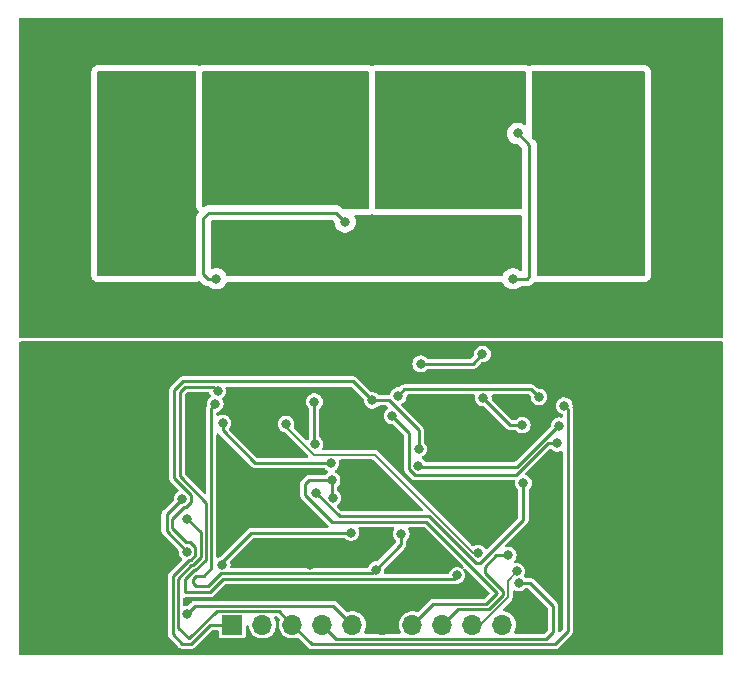
<source format=gbl>
G04 #@! TF.GenerationSoftware,KiCad,Pcbnew,7.0.1*
G04 #@! TF.CreationDate,2023-11-01T02:09:25-07:00*
G04 #@! TF.ProjectId,KENESP32LTC370TEST,4b454e45-5350-4333-924c-544333373054,rev?*
G04 #@! TF.SameCoordinates,Original*
G04 #@! TF.FileFunction,Copper,L2,Bot*
G04 #@! TF.FilePolarity,Positive*
%FSLAX46Y46*%
G04 Gerber Fmt 4.6, Leading zero omitted, Abs format (unit mm)*
G04 Created by KiCad (PCBNEW 7.0.1) date 2023-11-01 02:09:25*
%MOMM*%
%LPD*%
G01*
G04 APERTURE LIST*
G04 #@! TA.AperFunction,ComponentPad*
%ADD10C,4.000000*%
G04 #@! TD*
G04 #@! TA.AperFunction,ComponentPad*
%ADD11R,3.800000X3.800000*%
G04 #@! TD*
G04 #@! TA.AperFunction,ComponentPad*
%ADD12C,3.800000*%
G04 #@! TD*
G04 #@! TA.AperFunction,ComponentPad*
%ADD13O,1.700000X1.700000*%
G04 #@! TD*
G04 #@! TA.AperFunction,ComponentPad*
%ADD14R,1.700000X1.700000*%
G04 #@! TD*
G04 #@! TA.AperFunction,ViaPad*
%ADD15C,0.800000*%
G04 #@! TD*
G04 #@! TA.AperFunction,ViaPad*
%ADD16C,1.500000*%
G04 #@! TD*
G04 #@! TA.AperFunction,Conductor*
%ADD17C,0.250000*%
G04 #@! TD*
G04 #@! TA.AperFunction,Conductor*
%ADD18C,0.200000*%
G04 #@! TD*
G04 APERTURE END LIST*
D10*
X139800000Y-116500000D03*
D11*
X144800000Y-116500000D03*
D12*
X97800000Y-116800000D03*
D11*
X92800000Y-116800000D03*
D13*
X129920000Y-153800000D03*
X127380000Y-153800000D03*
X124840000Y-153800000D03*
X122300000Y-153800000D03*
X119760000Y-153800000D03*
X117220000Y-153800000D03*
X114680000Y-153800000D03*
X112140000Y-153800000D03*
X109600000Y-153800000D03*
D14*
X107060000Y-153800000D03*
D15*
X134625500Y-150800000D03*
X127150000Y-150150000D03*
X124500000Y-147400000D03*
X132500000Y-152800000D03*
X111000000Y-151400000D03*
X113200000Y-151324500D03*
X110200000Y-135800000D03*
X132000000Y-148400000D03*
X101300000Y-140700000D03*
X118800000Y-140700000D03*
X106500000Y-141000000D03*
X103500000Y-138100000D03*
X131158097Y-149284609D03*
X127850000Y-147725402D03*
X111600000Y-136800000D03*
X126400000Y-135900000D03*
X106100000Y-131300000D03*
X130500000Y-130600000D03*
X115900000Y-136400000D03*
X113600000Y-148725999D03*
X145100000Y-141300000D03*
X95900000Y-142300000D03*
X115800000Y-147200000D03*
X118400000Y-147300000D03*
X103199999Y-147600001D03*
X103200000Y-152900000D03*
X102824500Y-143109964D03*
X106200000Y-148725999D03*
X117100000Y-146000000D03*
X130412299Y-147912299D03*
X131289018Y-150275500D03*
X121100000Y-134400000D03*
X126058700Y-149618988D03*
X103250002Y-144837499D03*
X121344240Y-146100000D03*
X119222740Y-149122740D03*
X135153105Y-135246895D03*
X134573502Y-138432779D03*
X130800000Y-124500000D03*
X134725500Y-136943770D03*
X133000000Y-134500000D03*
X105800000Y-134000000D03*
X105700000Y-124500000D03*
X105600000Y-135100000D03*
D16*
X129400000Y-127300000D03*
X143000000Y-127200000D03*
X107000000Y-126500000D03*
X114800000Y-127600000D03*
X94200000Y-125900000D03*
X97000000Y-112000000D03*
X139700000Y-111800000D03*
X127100000Y-112400000D03*
X108800000Y-112100000D03*
X111100000Y-122500000D03*
X129200000Y-121800000D03*
X118700000Y-120700000D03*
X137200000Y-120500000D03*
X99900000Y-120600000D03*
X113600000Y-109300000D03*
X123800000Y-109200000D03*
D15*
X114100000Y-142600000D03*
X131700000Y-141800000D03*
X120256600Y-138702793D03*
X111500000Y-132000000D03*
X114000000Y-131200000D03*
X118900000Y-131500000D03*
X116300000Y-131600000D03*
X110600000Y-144100000D03*
X107524077Y-143263594D03*
X113200000Y-144300000D03*
X106224500Y-139700000D03*
X108800000Y-142000000D03*
X111000000Y-142100000D03*
X131800000Y-138700000D03*
X106224500Y-136700000D03*
X118900000Y-134800000D03*
X128223502Y-130876498D03*
X128300000Y-134600000D03*
X131608202Y-136889816D03*
X122793304Y-140368369D03*
X122831166Y-138919369D03*
X123000000Y-131700000D03*
X120588054Y-136111946D03*
X115400000Y-140100000D03*
X114000000Y-134900000D03*
X114040574Y-138497904D03*
X115575250Y-143050652D03*
X115500000Y-141549000D03*
X131200000Y-112200000D03*
X116600000Y-119700000D03*
D17*
X105000000Y-124500000D02*
X105700000Y-124500000D01*
X135450000Y-135543790D02*
X135153105Y-135246895D01*
X113764501Y-155424501D02*
X134375499Y-155424501D01*
X135450000Y-154350000D02*
X135450000Y-135543790D01*
X112140000Y-153800000D02*
X113764501Y-155424501D01*
X134375499Y-155424501D02*
X135450000Y-154350000D01*
X134631632Y-136943770D02*
X134725500Y-136943770D01*
X131175402Y-140400000D02*
X134631632Y-136943770D01*
X122824935Y-140400000D02*
X131175402Y-140400000D01*
X122793304Y-140368369D02*
X122824935Y-140400000D01*
X122043576Y-137567468D02*
X122043576Y-140643240D01*
X131092995Y-141118097D02*
X133778313Y-138432779D01*
X122043576Y-140643240D02*
X122518433Y-141118097D01*
X133778313Y-138432779D02*
X134573502Y-138432779D01*
X122518433Y-141118097D02*
X131092995Y-141118097D01*
X120588054Y-136111946D02*
X122043576Y-137567468D01*
X114000000Y-138457330D02*
X114000000Y-134900000D01*
X114040574Y-138497904D02*
X114000000Y-138457330D01*
D18*
X127380000Y-153800000D02*
X128043095Y-153800000D01*
X130377537Y-150065169D02*
X131158097Y-149284609D01*
X128043095Y-153800000D02*
X130377537Y-151465558D01*
D17*
X132275500Y-150275500D02*
X131289018Y-150275500D01*
X134200000Y-154400000D02*
X134200000Y-152200000D01*
X133625000Y-154975000D02*
X134200000Y-154400000D01*
X114680000Y-153800000D02*
X115855000Y-154975000D01*
X115855000Y-154975000D02*
X133625000Y-154975000D01*
D18*
X130377537Y-151465558D02*
X130377537Y-150065169D01*
D17*
X134200000Y-152200000D02*
X132275500Y-150275500D01*
X129387701Y-147912299D02*
X130412299Y-147912299D01*
X128400000Y-149400000D02*
X128400000Y-148900000D01*
X128744756Y-152498004D02*
X129953036Y-151289724D01*
X129953036Y-151289724D02*
X129953036Y-150953036D01*
X129953036Y-150953036D02*
X128400000Y-149400000D01*
X126141996Y-152498004D02*
X128744756Y-152498004D01*
X124840000Y-153800000D02*
X126141996Y-152498004D01*
X128400000Y-148900000D02*
X129387701Y-147912299D01*
X124051497Y-152048503D02*
X122300000Y-153800000D01*
X128558567Y-152048503D02*
X124051497Y-152048503D01*
X129485690Y-151121380D02*
X128558567Y-152048503D01*
X123464310Y-145100000D02*
X129485690Y-151121380D01*
X113200000Y-142800000D02*
X115500000Y-145100000D01*
X113200000Y-141900000D02*
X113200000Y-142800000D01*
X115500000Y-145100000D02*
X123464310Y-145100000D01*
X113551000Y-141549000D02*
X113200000Y-141900000D01*
X115500000Y-141549000D02*
X113551000Y-141549000D01*
D18*
X127425402Y-147725402D02*
X127850000Y-147725402D01*
X119100000Y-139400000D02*
X127425402Y-147725402D01*
X113953426Y-139400000D02*
X119100000Y-139400000D01*
X111600000Y-137046574D02*
X113953426Y-139400000D01*
X111600000Y-136800000D02*
X111600000Y-137046574D01*
D17*
X123724165Y-144624501D02*
X116124501Y-144624501D01*
X128050000Y-148550000D02*
X127649664Y-148550000D01*
X116124501Y-144624501D02*
X114100000Y-142600000D01*
X131700000Y-141800000D02*
X131700000Y-144900000D01*
X131700000Y-144900000D02*
X128050000Y-148550000D01*
X127649664Y-148550000D02*
X123724165Y-144624501D01*
X118894981Y-149450499D02*
X119222740Y-149122740D01*
X106111896Y-149450499D02*
X118894981Y-149450499D01*
X105012395Y-150550000D02*
X106111896Y-149450499D01*
X104013604Y-150550000D02*
X105012395Y-150550000D01*
X103750000Y-150286396D02*
X104013604Y-150550000D01*
X104013604Y-149650000D02*
X103750000Y-149913604D01*
X105273003Y-149016600D02*
X104639603Y-149650000D01*
X103750000Y-149913604D02*
X103750000Y-150286396D01*
X105273003Y-135426997D02*
X105273003Y-149016600D01*
X105600000Y-135100000D02*
X105273003Y-135426997D01*
X104639603Y-149650000D02*
X104013604Y-149650000D01*
X121344240Y-146100000D02*
X121344240Y-147001240D01*
X121344240Y-147001240D02*
X119222740Y-149122740D01*
X125777688Y-149900000D02*
X126058700Y-149618988D01*
X106298085Y-149900000D02*
X125777688Y-149900000D01*
X105142015Y-151056070D02*
X106298085Y-149900000D01*
X103049000Y-151056070D02*
X105142015Y-151056070D01*
X103795479Y-149200499D02*
X103049000Y-149946978D01*
X103895481Y-149200499D02*
X103795479Y-149200499D01*
X104823502Y-148272476D02*
X103895481Y-149200499D01*
X102610787Y-141235963D02*
X104823502Y-143448678D01*
X102610787Y-134117050D02*
X102610787Y-141235963D01*
X103077337Y-133650500D02*
X102610787Y-134117050D01*
X105450500Y-133650500D02*
X103077337Y-133650500D01*
X104823502Y-143448678D02*
X104823502Y-148272476D01*
X105800000Y-134000000D02*
X105450500Y-133650500D01*
X101475942Y-145875944D02*
X103199999Y-147600001D01*
X102824500Y-143109964D02*
X101475942Y-144458522D01*
X102149000Y-133942441D02*
X102890941Y-133200500D01*
X102149000Y-141409866D02*
X102149000Y-133942441D01*
X117300500Y-133200500D02*
X118900000Y-134800000D01*
X103549000Y-143410062D02*
X103549000Y-142809866D01*
X102924598Y-143834464D02*
X103124598Y-143834464D01*
X101925443Y-145600845D02*
X101925443Y-144833619D01*
X106200000Y-148456267D02*
X106200000Y-148725999D01*
X103924500Y-147900098D02*
X103924500Y-147199902D01*
X102024500Y-149700098D02*
X103400096Y-148324502D01*
X101925443Y-144833619D02*
X102924598Y-143834464D01*
X103049000Y-149946978D02*
X103049000Y-151056070D01*
X102024500Y-154595880D02*
X102024500Y-149700098D01*
X103432032Y-148324502D02*
X103455037Y-148301497D01*
X102827622Y-155399002D02*
X102024500Y-154595880D01*
X105171380Y-153800000D02*
X103572378Y-155399002D01*
X117100000Y-146000000D02*
X108656267Y-146000000D01*
X107060000Y-153800000D02*
X105171380Y-153800000D01*
X101475942Y-144458522D02*
X101475942Y-145875944D01*
X103709291Y-148750998D02*
X104374001Y-148086287D01*
X103641226Y-148750998D02*
X103709291Y-148750998D01*
X102474001Y-154037313D02*
X102474001Y-149886287D01*
X103386189Y-154949501D02*
X102474001Y-154037313D01*
X103572378Y-155399002D02*
X102827622Y-155399002D01*
X103124598Y-143834464D02*
X103549000Y-143410062D01*
X110965000Y-152625000D02*
X105710690Y-152625000D01*
X105710690Y-152625000D02*
X103386189Y-154949501D01*
X112140000Y-153800000D02*
X110965000Y-152625000D01*
X104374001Y-145961498D02*
X103250002Y-144837499D01*
X102890941Y-133200500D02*
X117300500Y-133200500D01*
X103400096Y-148324502D02*
X103432032Y-148324502D01*
X103586285Y-148774003D02*
X103618221Y-148774003D01*
X103523102Y-148301497D02*
X103924500Y-147900098D01*
X104374001Y-148086287D02*
X104374001Y-145961498D01*
X103924500Y-147199902D02*
X103500098Y-146775500D01*
X103100098Y-146775500D02*
X101925443Y-145600845D01*
X103618221Y-148774003D02*
X103641226Y-148750998D01*
X103455037Y-148301497D02*
X103523102Y-148301497D01*
X108656267Y-146000000D02*
X106200000Y-148456267D01*
X103500098Y-146775500D02*
X103100098Y-146775500D01*
X102474001Y-149886287D02*
X103586285Y-148774003D01*
X103549000Y-142809866D02*
X102149000Y-141409866D01*
X122831166Y-137330459D02*
X122831166Y-138919369D01*
X118900000Y-134800000D02*
X120300707Y-134800000D01*
X120300707Y-134800000D02*
X122831166Y-137330459D01*
X127400000Y-131700000D02*
X123000000Y-131700000D01*
X128223502Y-130876498D02*
X127400000Y-131700000D01*
X103924501Y-152175499D02*
X103200000Y-152900000D01*
X117220000Y-153800000D02*
X115595499Y-152175499D01*
X115595499Y-152175499D02*
X103924501Y-152175499D01*
X132375000Y-133875000D02*
X133000000Y-134500000D01*
X121625000Y-133875000D02*
X132375000Y-133875000D01*
X121100000Y-134400000D02*
X121625000Y-133875000D01*
X109000000Y-140100000D02*
X106224500Y-137324500D01*
X115400000Y-140100000D02*
X109000000Y-140100000D01*
X106224500Y-137324500D02*
X106224500Y-136700000D01*
X130589816Y-136889816D02*
X131608202Y-136889816D01*
X128300000Y-134600000D02*
X130589816Y-136889816D01*
X132000000Y-124500000D02*
X130800000Y-124500000D01*
X132200000Y-124300000D02*
X132000000Y-124500000D01*
X132200000Y-113200000D02*
X132200000Y-124300000D01*
X131200000Y-112200000D02*
X132200000Y-113200000D01*
X104600000Y-119400000D02*
X104600000Y-124100000D01*
X115800000Y-118900000D02*
X105100000Y-118900000D01*
X104600000Y-124100000D02*
X105000000Y-124500000D01*
X116600000Y-119700000D02*
X115800000Y-118900000D01*
X105100000Y-118900000D02*
X104600000Y-119400000D01*
X115500000Y-142975402D02*
X115575250Y-143050652D01*
X115500000Y-141549000D02*
X115500000Y-142975402D01*
G04 #@! TA.AperFunction,Conductor*
G36*
X118538000Y-106916613D02*
G01*
X118583387Y-106962000D01*
X118600000Y-107024000D01*
X118600000Y-118476000D01*
X118583387Y-118538000D01*
X118538000Y-118583387D01*
X118476000Y-118600000D01*
X116435953Y-118600000D01*
X116388500Y-118590561D01*
X116348272Y-118563681D01*
X116300802Y-118516211D01*
X116287906Y-118500113D01*
X116236775Y-118452098D01*
X116233978Y-118449387D01*
X116214470Y-118429879D01*
X116211290Y-118427412D01*
X116202424Y-118419839D01*
X116170582Y-118389938D01*
X116153024Y-118380285D01*
X116136764Y-118369604D01*
X116120936Y-118357327D01*
X116080851Y-118339980D01*
X116070361Y-118334841D01*
X116032091Y-118313802D01*
X116012691Y-118308821D01*
X115994284Y-118302519D01*
X115975897Y-118294562D01*
X115932758Y-118287729D01*
X115921324Y-118285361D01*
X115879019Y-118274500D01*
X115858984Y-118274500D01*
X115839586Y-118272973D01*
X115832162Y-118271797D01*
X115819805Y-118269840D01*
X115819804Y-118269840D01*
X115794468Y-118272235D01*
X115776325Y-118273950D01*
X115764656Y-118274500D01*
X105182744Y-118274500D01*
X105162237Y-118272235D01*
X105092127Y-118274439D01*
X105088232Y-118274500D01*
X105060650Y-118274500D01*
X105056665Y-118275003D01*
X105045033Y-118275918D01*
X105001369Y-118277290D01*
X104982129Y-118282880D01*
X104963081Y-118286825D01*
X104943209Y-118289335D01*
X104902599Y-118305413D01*
X104891554Y-118309194D01*
X104849610Y-118321381D01*
X104832365Y-118331579D01*
X104814904Y-118340133D01*
X104796267Y-118347512D01*
X104760931Y-118373185D01*
X104751174Y-118379595D01*
X104713580Y-118401829D01*
X104711681Y-118403729D01*
X104662318Y-118433979D01*
X104604602Y-118438521D01*
X104551115Y-118416366D01*
X104513515Y-118372343D01*
X104500000Y-118316048D01*
X104500000Y-107024000D01*
X104516613Y-106962000D01*
X104562000Y-106916613D01*
X104624000Y-106900000D01*
X118476000Y-106900000D01*
X118538000Y-106916613D01*
G37*
G04 #@! TD.AperFunction*
G04 #@! TA.AperFunction,Conductor*
G36*
X131832500Y-106916613D02*
G01*
X131877887Y-106962000D01*
X131894500Y-107024000D01*
X131894500Y-111348141D01*
X131876227Y-111412931D01*
X131826795Y-111458626D01*
X131760771Y-111471759D01*
X131697614Y-111448459D01*
X131652727Y-111415847D01*
X131479802Y-111338855D01*
X131294648Y-111299500D01*
X131294646Y-111299500D01*
X131105354Y-111299500D01*
X131105352Y-111299500D01*
X130920197Y-111338855D01*
X130747269Y-111415848D01*
X130594129Y-111527110D01*
X130467466Y-111667783D01*
X130372820Y-111831715D01*
X130314326Y-112011742D01*
X130294540Y-112200000D01*
X130314326Y-112388257D01*
X130372820Y-112568284D01*
X130467466Y-112732216D01*
X130594129Y-112872889D01*
X130747269Y-112984151D01*
X130920197Y-113061144D01*
X131105352Y-113100500D01*
X131105354Y-113100500D01*
X131164548Y-113100500D01*
X131212001Y-113109939D01*
X131252229Y-113136819D01*
X131538181Y-113422771D01*
X131565061Y-113462999D01*
X131574500Y-113510452D01*
X131574500Y-118476000D01*
X131557887Y-118538000D01*
X131512500Y-118583387D01*
X131450500Y-118600000D01*
X119229500Y-118600000D01*
X119167500Y-118583387D01*
X119122113Y-118538000D01*
X119105500Y-118476000D01*
X119105500Y-107024000D01*
X119122113Y-106962000D01*
X119167500Y-106916613D01*
X119229500Y-106900000D01*
X131770500Y-106900000D01*
X131832500Y-106916613D01*
G37*
G04 #@! TD.AperFunction*
G04 #@! TA.AperFunction,Conductor*
G36*
X141938000Y-106916613D02*
G01*
X141983387Y-106962000D01*
X142000000Y-107024000D01*
X142000000Y-124176000D01*
X141983387Y-124238000D01*
X141938000Y-124283387D01*
X141876000Y-124300000D01*
X132949500Y-124300000D01*
X132887500Y-124283387D01*
X132842113Y-124238000D01*
X132825500Y-124176000D01*
X132825500Y-113282744D01*
X132827764Y-113262236D01*
X132825561Y-113192113D01*
X132825500Y-113188219D01*
X132825500Y-113160654D01*
X132825500Y-113160650D01*
X132824997Y-113156670D01*
X132824081Y-113145028D01*
X132822710Y-113101373D01*
X132817118Y-113082126D01*
X132813174Y-113063085D01*
X132810664Y-113043208D01*
X132794579Y-113002583D01*
X132790808Y-112991568D01*
X132778618Y-112949610D01*
X132768414Y-112932355D01*
X132759861Y-112914895D01*
X132752486Y-112896269D01*
X132752486Y-112896268D01*
X132726808Y-112860925D01*
X132720401Y-112851171D01*
X132698169Y-112813579D01*
X132684006Y-112799416D01*
X132671367Y-112784617D01*
X132659595Y-112768413D01*
X132625941Y-112740573D01*
X132617299Y-112732709D01*
X132436319Y-112551729D01*
X132409439Y-112511501D01*
X132400000Y-112464048D01*
X132400000Y-107024000D01*
X132416613Y-106962000D01*
X132462000Y-106916613D01*
X132524000Y-106900000D01*
X141876000Y-106900000D01*
X141938000Y-106916613D01*
G37*
G04 #@! TD.AperFunction*
G04 #@! TA.AperFunction,Conductor*
G36*
X103932500Y-106916613D02*
G01*
X103977887Y-106962000D01*
X103994500Y-107024000D01*
X103994500Y-118316052D01*
X104008466Y-118434048D01*
X104021981Y-118490347D01*
X104063112Y-118601837D01*
X104129132Y-118700643D01*
X104170289Y-118748829D01*
X104192335Y-118786442D01*
X104200000Y-118829362D01*
X104200000Y-118863119D01*
X104191291Y-118908769D01*
X104166388Y-118948007D01*
X104152095Y-118963226D01*
X104149392Y-118966016D01*
X104129874Y-118985534D01*
X104127415Y-118988705D01*
X104119842Y-118997572D01*
X104089935Y-119029420D01*
X104080285Y-119046974D01*
X104069609Y-119063228D01*
X104057326Y-119079063D01*
X104039975Y-119119158D01*
X104034838Y-119129644D01*
X104013802Y-119167907D01*
X104008821Y-119187309D01*
X104002520Y-119205711D01*
X103994561Y-119224102D01*
X103987728Y-119267242D01*
X103985360Y-119278674D01*
X103974500Y-119320978D01*
X103974500Y-119341016D01*
X103972973Y-119360415D01*
X103969840Y-119380194D01*
X103973950Y-119423675D01*
X103974500Y-119435344D01*
X103974500Y-124017256D01*
X103972235Y-124037762D01*
X103974439Y-124107873D01*
X103974500Y-124111768D01*
X103974500Y-124139349D01*
X103975003Y-124143334D01*
X103975918Y-124154966D01*
X103976457Y-124172102D01*
X103961181Y-124235735D01*
X103915640Y-124282731D01*
X103852518Y-124300000D01*
X95724000Y-124300000D01*
X95662000Y-124283387D01*
X95616613Y-124238000D01*
X95600000Y-124176000D01*
X95600000Y-107024000D01*
X95616613Y-106962000D01*
X95662000Y-106916613D01*
X95724000Y-106900000D01*
X103870500Y-106900000D01*
X103932500Y-106916613D01*
G37*
G04 #@! TD.AperFunction*
G04 #@! TA.AperFunction,Conductor*
G36*
X118900203Y-119015137D02*
G01*
X118914748Y-119021161D01*
X118914750Y-119021163D01*
X119036666Y-119071662D01*
X119098666Y-119088275D01*
X119196791Y-119101193D01*
X119229499Y-119105500D01*
X131450500Y-119105500D01*
X131512500Y-119122113D01*
X131557887Y-119167500D01*
X131574500Y-119229500D01*
X131574500Y-123706265D01*
X131556227Y-123771055D01*
X131506795Y-123816750D01*
X131440771Y-123829883D01*
X131377616Y-123806583D01*
X131252730Y-123715849D01*
X131252729Y-123715848D01*
X131252727Y-123715847D01*
X131079802Y-123638855D01*
X130894648Y-123599500D01*
X130894646Y-123599500D01*
X130705354Y-123599500D01*
X130705352Y-123599500D01*
X130520197Y-123638855D01*
X130347269Y-123715848D01*
X130194129Y-123827110D01*
X130067466Y-123967783D01*
X129972820Y-124131715D01*
X129945982Y-124214318D01*
X129920201Y-124258972D01*
X129878486Y-124289280D01*
X129828051Y-124300000D01*
X106671949Y-124300000D01*
X106621514Y-124289280D01*
X106579799Y-124258972D01*
X106554018Y-124214318D01*
X106527179Y-124131715D01*
X106432533Y-123967783D01*
X106305870Y-123827110D01*
X106152730Y-123715848D01*
X105979802Y-123638855D01*
X105794648Y-123599500D01*
X105794646Y-123599500D01*
X105605354Y-123599500D01*
X105605352Y-123599500D01*
X105420199Y-123638854D01*
X105399935Y-123647877D01*
X105339771Y-123658215D01*
X105281965Y-123638592D01*
X105240527Y-123593765D01*
X105225500Y-123534597D01*
X105225500Y-119710452D01*
X105234939Y-119662999D01*
X105261819Y-119622771D01*
X105322771Y-119561819D01*
X105362999Y-119534939D01*
X105410452Y-119525500D01*
X115489547Y-119525500D01*
X115537000Y-119534939D01*
X115577229Y-119561819D01*
X115661039Y-119645630D01*
X115685278Y-119679928D01*
X115696678Y-119720349D01*
X115714326Y-119888257D01*
X115772820Y-120068284D01*
X115867466Y-120232216D01*
X115994129Y-120372889D01*
X116147269Y-120484151D01*
X116320197Y-120561144D01*
X116505352Y-120600500D01*
X116505354Y-120600500D01*
X116694646Y-120600500D01*
X116694648Y-120600500D01*
X116818084Y-120574262D01*
X116879803Y-120561144D01*
X117052730Y-120484151D01*
X117205871Y-120372888D01*
X117332533Y-120232216D01*
X117427179Y-120068284D01*
X117485674Y-119888256D01*
X117505460Y-119700000D01*
X117485674Y-119511744D01*
X117427179Y-119331716D01*
X117427179Y-119331715D01*
X117403961Y-119291500D01*
X117387348Y-119229500D01*
X117403961Y-119167500D01*
X117449348Y-119122113D01*
X117511348Y-119105500D01*
X118476001Y-119105500D01*
X118502166Y-119102054D01*
X118606834Y-119088275D01*
X118668834Y-119071662D01*
X118790750Y-119021163D01*
X118790751Y-119021161D01*
X118805297Y-119015137D01*
X118852750Y-119005698D01*
X118900203Y-119015137D01*
G37*
G04 #@! TD.AperFunction*
G04 #@! TA.AperFunction,Conductor*
G36*
X148537500Y-102417113D02*
G01*
X148582887Y-102462500D01*
X148599500Y-102524500D01*
X148599500Y-129376000D01*
X148582887Y-129438000D01*
X148537500Y-129483387D01*
X148475500Y-129500000D01*
X89124500Y-129500000D01*
X89062500Y-129483387D01*
X89017113Y-129438000D01*
X89000500Y-129376000D01*
X89000500Y-124176001D01*
X95094500Y-124176001D01*
X95111724Y-124306830D01*
X95128339Y-124368838D01*
X95178836Y-124490749D01*
X95259170Y-124595442D01*
X95304557Y-124640829D01*
X95409250Y-124721163D01*
X95508450Y-124762253D01*
X95531166Y-124771662D01*
X95593166Y-124788275D01*
X95688354Y-124800807D01*
X95723999Y-124805500D01*
X95724000Y-124805500D01*
X103852518Y-124805500D01*
X103852520Y-124805500D01*
X103985906Y-124787583D01*
X103985908Y-124787582D01*
X103985911Y-124787582D01*
X104049033Y-124770313D01*
X104172966Y-124717833D01*
X104176053Y-124715399D01*
X104230219Y-124690853D01*
X104289591Y-124694352D01*
X104340504Y-124725094D01*
X104499194Y-124883784D01*
X104512094Y-124899886D01*
X104563223Y-124947900D01*
X104566019Y-124950610D01*
X104585529Y-124970120D01*
X104588711Y-124972588D01*
X104597571Y-124980155D01*
X104629418Y-125010062D01*
X104646970Y-125019711D01*
X104663238Y-125030397D01*
X104679064Y-125042673D01*
X104719146Y-125060017D01*
X104729633Y-125065155D01*
X104767907Y-125086197D01*
X104776410Y-125088379D01*
X104787308Y-125091178D01*
X104805713Y-125097478D01*
X104824104Y-125105437D01*
X104867250Y-125112270D01*
X104878668Y-125114635D01*
X104920981Y-125125500D01*
X104941016Y-125125500D01*
X104960415Y-125127027D01*
X104980196Y-125130160D01*
X104987650Y-125129455D01*
X105044362Y-125137375D01*
X105091467Y-125169931D01*
X105094129Y-125172888D01*
X105247270Y-125284151D01*
X105247271Y-125284151D01*
X105247272Y-125284152D01*
X105420197Y-125361144D01*
X105605352Y-125400500D01*
X105605354Y-125400500D01*
X105794646Y-125400500D01*
X105794648Y-125400500D01*
X105918084Y-125374262D01*
X105979803Y-125361144D01*
X106152730Y-125284151D01*
X106305871Y-125172888D01*
X106432533Y-125032216D01*
X106527179Y-124868284D01*
X106527178Y-124868284D01*
X106529373Y-124864484D01*
X106560418Y-124828770D01*
X106602582Y-124807287D01*
X106649717Y-124803163D01*
X106671949Y-124805500D01*
X129828045Y-124805500D01*
X129828051Y-124805500D01*
X129850282Y-124803163D01*
X129897418Y-124807287D01*
X129939582Y-124828770D01*
X129970627Y-124864484D01*
X130067466Y-125032216D01*
X130194129Y-125172889D01*
X130347269Y-125284151D01*
X130520197Y-125361144D01*
X130705352Y-125400500D01*
X130705354Y-125400500D01*
X130894646Y-125400500D01*
X130894648Y-125400500D01*
X131018084Y-125374262D01*
X131079803Y-125361144D01*
X131252730Y-125284151D01*
X131405871Y-125172888D01*
X131411598Y-125166526D01*
X131453312Y-125136220D01*
X131503747Y-125125500D01*
X131917256Y-125125500D01*
X131937762Y-125127764D01*
X131940665Y-125127672D01*
X131940667Y-125127673D01*
X132007872Y-125125561D01*
X132011768Y-125125500D01*
X132039349Y-125125500D01*
X132039350Y-125125500D01*
X132043319Y-125124998D01*
X132054965Y-125124080D01*
X132098627Y-125122709D01*
X132117859Y-125117120D01*
X132136918Y-125113174D01*
X132144099Y-125112267D01*
X132156792Y-125110664D01*
X132197407Y-125094582D01*
X132208444Y-125090803D01*
X132250390Y-125078618D01*
X132267629Y-125068422D01*
X132285102Y-125059862D01*
X132303732Y-125052486D01*
X132339064Y-125026814D01*
X132348830Y-125020400D01*
X132386418Y-124998171D01*
X132386417Y-124998171D01*
X132386420Y-124998170D01*
X132400585Y-124984004D01*
X132415373Y-124971373D01*
X132431587Y-124959594D01*
X132459438Y-124925926D01*
X132467279Y-124917309D01*
X132583786Y-124800802D01*
X132605031Y-124783784D01*
X132615112Y-124777388D01*
X132615598Y-124778155D01*
X132636646Y-124763277D01*
X132685193Y-124752821D01*
X132733950Y-124762253D01*
X132753409Y-124770313D01*
X132756666Y-124771662D01*
X132818666Y-124788275D01*
X132913854Y-124800807D01*
X132949499Y-124805500D01*
X132949500Y-124805500D01*
X141876000Y-124805500D01*
X141876001Y-124805500D01*
X141911646Y-124800807D01*
X142006834Y-124788275D01*
X142068834Y-124771662D01*
X142190750Y-124721163D01*
X142295442Y-124640829D01*
X142340829Y-124595442D01*
X142421163Y-124490750D01*
X142471662Y-124368834D01*
X142488275Y-124306834D01*
X142505500Y-124176000D01*
X142505500Y-107024000D01*
X142488275Y-106893166D01*
X142471662Y-106831166D01*
X142421163Y-106709250D01*
X142340829Y-106604557D01*
X142295442Y-106559170D01*
X142190749Y-106478836D01*
X142068838Y-106428339D01*
X142006830Y-106411724D01*
X141876001Y-106394500D01*
X141876000Y-106394500D01*
X132524000Y-106394500D01*
X132523999Y-106394500D01*
X132393169Y-106411724D01*
X132366964Y-106418745D01*
X132331166Y-106428338D01*
X132258345Y-106458501D01*
X132194701Y-106484863D01*
X132147249Y-106494301D01*
X132099797Y-106484862D01*
X131963338Y-106428339D01*
X131901330Y-106411724D01*
X131770501Y-106394500D01*
X131770500Y-106394500D01*
X119229500Y-106394500D01*
X119229499Y-106394500D01*
X119098669Y-106411724D01*
X119072464Y-106418745D01*
X119036666Y-106428338D01*
X118963845Y-106458501D01*
X118900201Y-106484863D01*
X118852749Y-106494301D01*
X118805297Y-106484862D01*
X118668838Y-106428339D01*
X118606830Y-106411724D01*
X118476001Y-106394500D01*
X118476000Y-106394500D01*
X104624000Y-106394500D01*
X104623999Y-106394500D01*
X104493169Y-106411724D01*
X104466964Y-106418745D01*
X104431166Y-106428338D01*
X104358345Y-106458501D01*
X104294701Y-106484863D01*
X104247249Y-106494301D01*
X104199797Y-106484862D01*
X104063338Y-106428339D01*
X104001330Y-106411724D01*
X103870501Y-106394500D01*
X103870500Y-106394500D01*
X95724000Y-106394500D01*
X95723999Y-106394500D01*
X95593169Y-106411724D01*
X95531161Y-106428339D01*
X95409250Y-106478836D01*
X95304557Y-106559170D01*
X95259170Y-106604557D01*
X95178836Y-106709250D01*
X95128339Y-106831161D01*
X95111724Y-106893169D01*
X95094500Y-107023999D01*
X95094500Y-124176001D01*
X89000500Y-124176001D01*
X89000500Y-102524500D01*
X89017113Y-102462500D01*
X89062500Y-102417113D01*
X89124500Y-102400500D01*
X148475500Y-102400500D01*
X148537500Y-102417113D01*
G37*
G04 #@! TD.AperFunction*
G04 #@! TA.AperFunction,Conductor*
G36*
X132095343Y-150710439D02*
G01*
X132135571Y-150737319D01*
X133738181Y-152339929D01*
X133765061Y-152380157D01*
X133774500Y-152427610D01*
X133774500Y-154172390D01*
X133765061Y-154219843D01*
X133738181Y-154260071D01*
X133485071Y-154513181D01*
X133444843Y-154540061D01*
X133397390Y-154549500D01*
X131032301Y-154549500D01*
X130971962Y-154533829D01*
X130926874Y-154490778D01*
X130908433Y-154431227D01*
X130921301Y-154370229D01*
X130975282Y-154261819D01*
X130997405Y-154217389D01*
X131055756Y-154012310D01*
X131075429Y-153800000D01*
X131055756Y-153587690D01*
X130997405Y-153382611D01*
X130978036Y-153343712D01*
X130902368Y-153191747D01*
X130773873Y-153021594D01*
X130616301Y-152877947D01*
X130501662Y-152806966D01*
X130435019Y-152765702D01*
X130435017Y-152765701D01*
X130375576Y-152742674D01*
X130236198Y-152688679D01*
X130033215Y-152650734D01*
X129973527Y-152621441D01*
X129937551Y-152565526D01*
X129935632Y-152499064D01*
X129968319Y-152441167D01*
X130558544Y-151850944D01*
X130697250Y-151712239D01*
X130697254Y-151712231D01*
X130705587Y-151703900D01*
X130715645Y-151684158D01*
X130725804Y-151667579D01*
X130738834Y-151649647D01*
X130745681Y-151628569D01*
X130753128Y-151610595D01*
X130763182Y-151590864D01*
X130763182Y-151590863D01*
X130763183Y-151590862D01*
X130766649Y-151568974D01*
X130771188Y-151550068D01*
X130778037Y-151528991D01*
X130778037Y-151402125D01*
X130778037Y-151003555D01*
X130794031Y-150942639D01*
X130837888Y-150897438D01*
X130898293Y-150879612D01*
X130959662Y-150893758D01*
X131038793Y-150935290D01*
X131203962Y-150976000D01*
X131374073Y-150976000D01*
X131374074Y-150976000D01*
X131539243Y-150935290D01*
X131689870Y-150856234D01*
X131817201Y-150743429D01*
X131817202Y-150743427D01*
X131828471Y-150733444D01*
X131830616Y-150735866D01*
X131853951Y-150715199D01*
X131911568Y-150701000D01*
X132047890Y-150701000D01*
X132095343Y-150710439D01*
G37*
G04 #@! TD.AperFunction*
G04 #@! TA.AperFunction,Conductor*
G36*
X126771680Y-149030033D02*
G01*
X126823665Y-149061103D01*
X128796261Y-151033699D01*
X128828355Y-151089286D01*
X128828355Y-151153474D01*
X128796261Y-151209061D01*
X128418638Y-151586684D01*
X128378410Y-151613564D01*
X128330957Y-151623003D01*
X123984103Y-151623003D01*
X123961130Y-151630466D01*
X123942219Y-151635006D01*
X123918370Y-151638783D01*
X123896859Y-151649744D01*
X123878883Y-151657190D01*
X123855916Y-151664652D01*
X123836378Y-151678847D01*
X123819795Y-151689009D01*
X123798277Y-151699974D01*
X123715721Y-151782526D01*
X123715716Y-151782535D01*
X122812709Y-152685541D01*
X122773362Y-152712052D01*
X122726938Y-152721845D01*
X122680236Y-152713487D01*
X122654441Y-152703494D01*
X122616199Y-152688679D01*
X122530879Y-152672730D01*
X122406610Y-152649500D01*
X122193390Y-152649500D01*
X122069121Y-152672730D01*
X121983801Y-152688679D01*
X121784982Y-152765701D01*
X121603698Y-152877947D01*
X121446126Y-153021594D01*
X121317631Y-153191747D01*
X121222595Y-153382609D01*
X121164243Y-153587689D01*
X121144571Y-153800000D01*
X121164243Y-154012310D01*
X121222595Y-154217390D01*
X121298699Y-154370229D01*
X121311567Y-154431227D01*
X121293126Y-154490778D01*
X121248038Y-154533829D01*
X121187699Y-154549500D01*
X118332301Y-154549500D01*
X118271962Y-154533829D01*
X118226874Y-154490778D01*
X118208433Y-154431227D01*
X118221301Y-154370229D01*
X118275282Y-154261819D01*
X118297405Y-154217389D01*
X118355756Y-154012310D01*
X118375429Y-153800000D01*
X118355756Y-153587690D01*
X118297405Y-153382611D01*
X118278036Y-153343712D01*
X118202368Y-153191747D01*
X118073873Y-153021594D01*
X117916301Y-152877947D01*
X117801662Y-152806966D01*
X117735019Y-152765702D01*
X117735017Y-152765701D01*
X117536198Y-152688679D01*
X117519411Y-152685541D01*
X117326610Y-152649500D01*
X117113390Y-152649500D01*
X116903802Y-152688679D01*
X116903800Y-152688679D01*
X116903798Y-152688680D01*
X116839762Y-152713487D01*
X116793059Y-152721845D01*
X116746636Y-152712052D01*
X116707289Y-152685541D01*
X115872692Y-151850944D01*
X115848719Y-151826970D01*
X115827202Y-151816007D01*
X115810610Y-151805839D01*
X115791081Y-151791650D01*
X115768115Y-151784188D01*
X115750137Y-151776741D01*
X115728627Y-151765781D01*
X115728626Y-151765780D01*
X115728625Y-151765780D01*
X115704769Y-151762001D01*
X115685858Y-151757461D01*
X115662892Y-151749999D01*
X115628987Y-151749999D01*
X103991894Y-151749999D01*
X103857108Y-151749999D01*
X103857107Y-151749999D01*
X103834140Y-151757461D01*
X103815224Y-151762002D01*
X103791375Y-151765779D01*
X103769857Y-151776743D01*
X103751888Y-151784186D01*
X103728920Y-151791649D01*
X103709385Y-151805842D01*
X103692802Y-151816004D01*
X103671282Y-151826969D01*
X103647308Y-151850944D01*
X103575973Y-151922279D01*
X103335071Y-152163181D01*
X103294843Y-152190061D01*
X103247390Y-152199500D01*
X103114944Y-152199500D01*
X103053175Y-152214724D01*
X102997475Y-152215565D01*
X102947027Y-152191937D01*
X102912014Y-152148610D01*
X102899501Y-152094327D01*
X102899501Y-151608381D01*
X102910891Y-151556467D01*
X102942970Y-151514090D01*
X102989844Y-151489036D01*
X103042901Y-151485908D01*
X103049000Y-151486874D01*
X103072847Y-151483097D01*
X103092246Y-151481570D01*
X105209406Y-151481570D01*
X105209408Y-151481570D01*
X105232378Y-151474105D01*
X105251281Y-151469567D01*
X105275141Y-151465789D01*
X105296662Y-151454822D01*
X105314631Y-151447379D01*
X105337596Y-151439919D01*
X105357126Y-151425728D01*
X105373719Y-151415559D01*
X105395235Y-151404598D01*
X105490543Y-151309290D01*
X106438013Y-150361819D01*
X106478242Y-150334939D01*
X106525695Y-150325500D01*
X125845080Y-150325500D01*
X125845081Y-150325500D01*
X125868045Y-150318037D01*
X125886958Y-150313496D01*
X125900197Y-150311400D01*
X125949260Y-150313477D01*
X125973644Y-150319488D01*
X126143755Y-150319488D01*
X126143756Y-150319488D01*
X126308925Y-150278778D01*
X126459552Y-150199722D01*
X126586883Y-150086917D01*
X126683518Y-149946918D01*
X126743840Y-149787860D01*
X126764345Y-149618988D01*
X126743840Y-149450116D01*
X126683518Y-149291058D01*
X126633932Y-149219222D01*
X126612744Y-149162491D01*
X126620951Y-149102488D01*
X126656597Y-149053528D01*
X126711181Y-149027290D01*
X126771680Y-149030033D01*
G37*
G04 #@! TD.AperFunction*
G04 #@! TA.AperFunction,Conductor*
G36*
X134062065Y-138915544D02*
G01*
X134172650Y-139013513D01*
X134323277Y-139092569D01*
X134488446Y-139133279D01*
X134658557Y-139133279D01*
X134658558Y-139133279D01*
X134823727Y-139092569D01*
X134842874Y-139082519D01*
X134904244Y-139068373D01*
X134964649Y-139086199D01*
X135008506Y-139131400D01*
X135024500Y-139192316D01*
X135024500Y-154122390D01*
X135015061Y-154169843D01*
X134988181Y-154210071D01*
X134837181Y-154361071D01*
X134787818Y-154391321D01*
X134730102Y-154395863D01*
X134676615Y-154373708D01*
X134639015Y-154329685D01*
X134625500Y-154273390D01*
X134625500Y-152132608D01*
X134618039Y-152109648D01*
X134613495Y-152090719D01*
X134609719Y-152066874D01*
X134598756Y-152045359D01*
X134591309Y-152027379D01*
X134588698Y-152019344D01*
X134583849Y-152004419D01*
X134569654Y-151984882D01*
X134559490Y-151968295D01*
X134548527Y-151946779D01*
X132552693Y-149950945D01*
X132528720Y-149926971D01*
X132507203Y-149916008D01*
X132490611Y-149905840D01*
X132471082Y-149891651D01*
X132448116Y-149884189D01*
X132430138Y-149876742D01*
X132408628Y-149865782D01*
X132408627Y-149865781D01*
X132408626Y-149865781D01*
X132384770Y-149862002D01*
X132365859Y-149857462D01*
X132342893Y-149850000D01*
X132308988Y-149850000D01*
X131911568Y-149850000D01*
X131853951Y-149835801D01*
X131830615Y-149815132D01*
X131828470Y-149817555D01*
X131817201Y-149807572D01*
X131817201Y-149807571D01*
X131794613Y-149787560D01*
X131760900Y-149738716D01*
X131753746Y-149679797D01*
X131774793Y-149624305D01*
X131782915Y-149612539D01*
X131843237Y-149453481D01*
X131863742Y-149284609D01*
X131843237Y-149115737D01*
X131782915Y-148956679D01*
X131686280Y-148816680D01*
X131558949Y-148703875D01*
X131544685Y-148696389D01*
X131408321Y-148624818D01*
X131283862Y-148594142D01*
X131243153Y-148584109D01*
X131073041Y-148584109D01*
X131073039Y-148584109D01*
X131059012Y-148587566D01*
X130993878Y-148585990D01*
X130938534Y-148551611D01*
X130908259Y-148493919D01*
X130911411Y-148428843D01*
X130934144Y-148394148D01*
X130931929Y-148392619D01*
X130959968Y-148351998D01*
X131037117Y-148240229D01*
X131097439Y-148081171D01*
X131117944Y-147912299D01*
X131097439Y-147743427D01*
X131037117Y-147584369D01*
X130940482Y-147444370D01*
X130813151Y-147331565D01*
X130798887Y-147324079D01*
X130662523Y-147252508D01*
X130515807Y-147216347D01*
X130497355Y-147211799D01*
X130327243Y-147211799D01*
X130319476Y-147213713D01*
X130311500Y-147215679D01*
X130247807Y-147214523D01*
X130193092Y-147181895D01*
X130161798Y-147126407D01*
X130162184Y-147062705D01*
X130194145Y-147007602D01*
X132024554Y-145177194D01*
X132041995Y-145159753D01*
X132041995Y-145159752D01*
X132048528Y-145153220D01*
X132059493Y-145131698D01*
X132069656Y-145115115D01*
X132083850Y-145095580D01*
X132091313Y-145072609D01*
X132098751Y-145054650D01*
X132109719Y-145033126D01*
X132113495Y-145009278D01*
X132118036Y-144990360D01*
X132125500Y-144967393D01*
X132125500Y-144832607D01*
X132125500Y-142414706D01*
X132136424Y-142363815D01*
X132167273Y-142321891D01*
X132228182Y-142267930D01*
X132228183Y-142267929D01*
X132324818Y-142127930D01*
X132385140Y-141968872D01*
X132405645Y-141800000D01*
X132385140Y-141631128D01*
X132324818Y-141472070D01*
X132255273Y-141371317D01*
X132228184Y-141332072D01*
X132228183Y-141332071D01*
X132100852Y-141219266D01*
X132085097Y-141210997D01*
X131950222Y-141140208D01*
X131940987Y-141137932D01*
X131884317Y-141106530D01*
X131851219Y-141050833D01*
X131850730Y-140986045D01*
X131882982Y-140929857D01*
X133892161Y-138920677D01*
X133945341Y-138889256D01*
X134007085Y-138887390D01*
X134062065Y-138915544D01*
G37*
G04 #@! TD.AperFunction*
G04 #@! TA.AperFunction,Conductor*
G36*
X123284153Y-145534939D02*
G01*
X123324381Y-145561819D01*
X126601660Y-148839098D01*
X126635058Y-148900022D01*
X126630444Y-148969346D01*
X126589267Y-149025307D01*
X126524454Y-149050336D01*
X126456353Y-149036575D01*
X126339986Y-148975500D01*
X126308924Y-148959197D01*
X126184465Y-148928521D01*
X126143756Y-148918488D01*
X125973644Y-148918488D01*
X125940984Y-148926537D01*
X125808475Y-148959197D01*
X125657849Y-149038253D01*
X125530515Y-149151060D01*
X125433881Y-149291057D01*
X125394663Y-149394471D01*
X125368150Y-149436398D01*
X125327325Y-149464577D01*
X125278721Y-149474500D01*
X120018165Y-149474500D01*
X119960540Y-149460297D01*
X119916115Y-149420941D01*
X119895069Y-149365448D01*
X119902223Y-149306530D01*
X119907879Y-149291614D01*
X119907878Y-149291614D01*
X119907880Y-149291612D01*
X119928385Y-149122740D01*
X119924412Y-149090024D01*
X119930290Y-149034632D01*
X119959825Y-148987401D01*
X121583231Y-147363996D01*
X121583234Y-147363994D01*
X121692766Y-147254462D01*
X121692766Y-147254461D01*
X121692768Y-147254460D01*
X121703731Y-147232942D01*
X121713897Y-147216353D01*
X121728089Y-147196821D01*
X121735550Y-147173854D01*
X121742993Y-147155885D01*
X121753959Y-147134366D01*
X121757737Y-147110506D01*
X121762275Y-147091603D01*
X121769740Y-147068633D01*
X121769740Y-146933847D01*
X121769740Y-146714706D01*
X121780664Y-146663815D01*
X121811513Y-146621891D01*
X121872422Y-146567930D01*
X121941448Y-146467929D01*
X121969058Y-146427930D01*
X122029380Y-146268872D01*
X122049885Y-146100000D01*
X122029380Y-145931128D01*
X121969058Y-145772070D01*
X121933074Y-145719939D01*
X121911351Y-145656987D01*
X121925328Y-145591875D01*
X121970975Y-145543383D01*
X122035125Y-145525500D01*
X123236700Y-145525500D01*
X123284153Y-145534939D01*
G37*
G04 #@! TD.AperFunction*
G04 #@! TA.AperFunction,Conductor*
G36*
X120717505Y-145543383D02*
G01*
X120763152Y-145591875D01*
X120777129Y-145656987D01*
X120755405Y-145719940D01*
X120719422Y-145772069D01*
X120659100Y-145931127D01*
X120638594Y-146100000D01*
X120659100Y-146268872D01*
X120719422Y-146427930D01*
X120816057Y-146567930D01*
X120876967Y-146621891D01*
X120907816Y-146663815D01*
X120918740Y-146714706D01*
X120918740Y-146773631D01*
X120909301Y-146821084D01*
X120882421Y-146861311D01*
X120491224Y-147252508D01*
X119357810Y-148385921D01*
X119317582Y-148412801D01*
X119270129Y-148422240D01*
X119137684Y-148422240D01*
X119110894Y-148428843D01*
X118972515Y-148462949D01*
X118821889Y-148542005D01*
X118694555Y-148654812D01*
X118597921Y-148794810D01*
X118540975Y-148944969D01*
X118514462Y-148986896D01*
X118473637Y-149015076D01*
X118425033Y-149024999D01*
X107009307Y-149024999D01*
X106943033Y-149005803D01*
X106897279Y-148954157D01*
X106886211Y-148886052D01*
X106905645Y-148725999D01*
X106902959Y-148703875D01*
X106885140Y-148557127D01*
X106862905Y-148498498D01*
X106854872Y-148452030D01*
X106864770Y-148405923D01*
X106891163Y-148366849D01*
X108796194Y-146461819D01*
X108836423Y-146434939D01*
X108883876Y-146425500D01*
X116477450Y-146425500D01*
X116535067Y-146439699D01*
X116558401Y-146460366D01*
X116560547Y-146457944D01*
X116571815Y-146467927D01*
X116571817Y-146467929D01*
X116699148Y-146580734D01*
X116849775Y-146659790D01*
X117014944Y-146700500D01*
X117185055Y-146700500D01*
X117185056Y-146700500D01*
X117350225Y-146659790D01*
X117500852Y-146580734D01*
X117628183Y-146467929D01*
X117724818Y-146327930D01*
X117785140Y-146168872D01*
X117805645Y-146000000D01*
X117785140Y-145831128D01*
X117732933Y-145693470D01*
X117725780Y-145634553D01*
X117746826Y-145579060D01*
X117791250Y-145539703D01*
X117848876Y-145525500D01*
X120653355Y-145525500D01*
X120717505Y-145543383D01*
G37*
G04 #@! TD.AperFunction*
G04 #@! TA.AperFunction,Conductor*
G36*
X105860821Y-137581682D02*
G01*
X105910184Y-137611932D01*
X108651472Y-140353220D01*
X108746780Y-140448528D01*
X108768288Y-140459487D01*
X108784876Y-140469652D01*
X108804417Y-140483849D01*
X108804418Y-140483849D01*
X108804419Y-140483850D01*
X108827381Y-140491310D01*
X108845362Y-140498758D01*
X108855939Y-140504147D01*
X108866874Y-140509719D01*
X108890724Y-140513496D01*
X108909641Y-140518038D01*
X108932607Y-140525500D01*
X108966512Y-140525500D01*
X109067393Y-140525500D01*
X114777450Y-140525500D01*
X114835067Y-140539699D01*
X114858401Y-140560366D01*
X114860547Y-140557944D01*
X114871815Y-140567927D01*
X114871817Y-140567929D01*
X114999148Y-140680734D01*
X114999150Y-140680735D01*
X115113871Y-140740946D01*
X115162362Y-140786592D01*
X115180245Y-140850740D01*
X115162363Y-140914890D01*
X115113873Y-140960537D01*
X115099148Y-140968266D01*
X114971817Y-141081071D01*
X114971815Y-141081072D01*
X114960547Y-141091056D01*
X114958401Y-141088633D01*
X114935067Y-141109301D01*
X114877450Y-141123500D01*
X113483606Y-141123500D01*
X113460639Y-141130962D01*
X113441723Y-141135503D01*
X113417874Y-141139280D01*
X113396356Y-141150244D01*
X113378387Y-141157687D01*
X113355419Y-141165150D01*
X113335880Y-141179346D01*
X113319293Y-141189510D01*
X113297781Y-141200470D01*
X113256364Y-141241887D01*
X112946780Y-141551472D01*
X112851471Y-141646780D01*
X112840509Y-141668294D01*
X112830347Y-141684877D01*
X112816151Y-141704417D01*
X112808687Y-141727387D01*
X112801244Y-141745356D01*
X112790280Y-141766874D01*
X112786503Y-141790723D01*
X112781962Y-141809639D01*
X112774500Y-141832606D01*
X112774500Y-142867393D01*
X112781962Y-142890359D01*
X112786502Y-142909270D01*
X112790281Y-142933126D01*
X112790281Y-142933127D01*
X112790282Y-142933128D01*
X112801242Y-142954638D01*
X112808689Y-142972616D01*
X112816151Y-142995582D01*
X112830340Y-143015111D01*
X112840508Y-143031703D01*
X112851471Y-143053220D01*
X112875445Y-143077193D01*
X115161071Y-145362819D01*
X115191321Y-145412182D01*
X115195863Y-145469898D01*
X115173708Y-145523385D01*
X115129685Y-145560985D01*
X115073390Y-145574500D01*
X108588873Y-145574500D01*
X108565906Y-145581962D01*
X108546990Y-145586503D01*
X108523141Y-145590280D01*
X108501623Y-145601244D01*
X108483654Y-145608687D01*
X108460686Y-145616150D01*
X108441151Y-145630343D01*
X108424568Y-145640505D01*
X108403045Y-145651472D01*
X108321968Y-145732550D01*
X108321962Y-145732554D01*
X106025357Y-148029160D01*
X105967356Y-148061875D01*
X105949773Y-148066209D01*
X105880129Y-148102762D01*
X105818758Y-148116909D01*
X105758353Y-148099083D01*
X105714497Y-148053882D01*
X105698503Y-147992966D01*
X105698503Y-137699613D01*
X105712018Y-137643318D01*
X105749618Y-137599295D01*
X105803105Y-137577140D01*
X105860821Y-137581682D01*
G37*
G04 #@! TD.AperFunction*
G04 #@! TA.AperFunction,Conductor*
G36*
X117120343Y-133635439D02*
G01*
X117160571Y-133662319D01*
X118162911Y-134664659D01*
X118192447Y-134711890D01*
X118198326Y-134767284D01*
X118194354Y-134799997D01*
X118214860Y-134968872D01*
X118275182Y-135127930D01*
X118371815Y-135267927D01*
X118371816Y-135267928D01*
X118371817Y-135267929D01*
X118499148Y-135380734D01*
X118649775Y-135459790D01*
X118814944Y-135500500D01*
X118985055Y-135500500D01*
X118985056Y-135500500D01*
X119150225Y-135459790D01*
X119300852Y-135380734D01*
X119428183Y-135267929D01*
X119428184Y-135267927D01*
X119439453Y-135257944D01*
X119441598Y-135260366D01*
X119464933Y-135239699D01*
X119522550Y-135225500D01*
X120073097Y-135225500D01*
X120120550Y-135234939D01*
X120160778Y-135261819D01*
X120227380Y-135328421D01*
X120257513Y-135377426D01*
X120262288Y-135434757D01*
X120240676Y-135488072D01*
X120197330Y-135525896D01*
X120187204Y-135531210D01*
X120059869Y-135644018D01*
X119963236Y-135784015D01*
X119902914Y-135943073D01*
X119882408Y-136111946D01*
X119902914Y-136280818D01*
X119963236Y-136439876D01*
X120059869Y-136579873D01*
X120059870Y-136579874D01*
X120059871Y-136579875D01*
X120187202Y-136692680D01*
X120337829Y-136771736D01*
X120502998Y-136812446D01*
X120502999Y-136812446D01*
X120635444Y-136812446D01*
X120682897Y-136821885D01*
X120723125Y-136848765D01*
X121581757Y-137707397D01*
X121608637Y-137747625D01*
X121618076Y-137795078D01*
X121618076Y-140710633D01*
X121625538Y-140733599D01*
X121630078Y-140752510D01*
X121633857Y-140776366D01*
X121633857Y-140776367D01*
X121633858Y-140776368D01*
X121644818Y-140797878D01*
X121652265Y-140815856D01*
X121659727Y-140838822D01*
X121673916Y-140858351D01*
X121684084Y-140874943D01*
X121695047Y-140896460D01*
X121713478Y-140914890D01*
X121719021Y-140920433D01*
X121719022Y-140920434D01*
X121938798Y-141140210D01*
X122155674Y-141357085D01*
X122155679Y-141357092D01*
X122265209Y-141466622D01*
X122265211Y-141466623D01*
X122265213Y-141466625D01*
X122286737Y-141477592D01*
X122303316Y-141487752D01*
X122320483Y-141500225D01*
X122322852Y-141501946D01*
X122345810Y-141509405D01*
X122363794Y-141516854D01*
X122385307Y-141527816D01*
X122409152Y-141531592D01*
X122428075Y-141536134D01*
X122451040Y-141543597D01*
X122484945Y-141543597D01*
X122585826Y-141543597D01*
X130885521Y-141543597D01*
X130951795Y-141562793D01*
X130997549Y-141614439D01*
X131008617Y-141682544D01*
X130994354Y-141799999D01*
X131014860Y-141968872D01*
X131075182Y-142127930D01*
X131171817Y-142267930D01*
X131232727Y-142321891D01*
X131263576Y-142363815D01*
X131274500Y-142414706D01*
X131274500Y-144672390D01*
X131265061Y-144719843D01*
X131238181Y-144760071D01*
X128631466Y-147366784D01*
X128586000Y-147395696D01*
X128532563Y-147402594D01*
X128481246Y-147386177D01*
X128441735Y-147349544D01*
X128429325Y-147331565D01*
X128378183Y-147257473D01*
X128250852Y-147144668D01*
X128206748Y-147121520D01*
X128100224Y-147065611D01*
X127975765Y-147034935D01*
X127935056Y-147024902D01*
X127764944Y-147024902D01*
X127682359Y-147045257D01*
X127599774Y-147065612D01*
X127504958Y-147115375D01*
X127454820Y-147129352D01*
X127403362Y-147121520D01*
X127359652Y-147093259D01*
X119354690Y-139088296D01*
X119354675Y-139088283D01*
X119338342Y-139071950D01*
X119338341Y-139071949D01*
X119338339Y-139071947D01*
X119318599Y-139061889D01*
X119302014Y-139051726D01*
X119284090Y-139038704D01*
X119263020Y-139031858D01*
X119245044Y-139024412D01*
X119225302Y-139014353D01*
X119203418Y-139010886D01*
X119184507Y-139006346D01*
X119163435Y-138999500D01*
X119163433Y-138999500D01*
X119131519Y-138999500D01*
X114779174Y-138999500D01*
X114721548Y-138985297D01*
X114677124Y-138945940D01*
X114656078Y-138890447D01*
X114663232Y-138831529D01*
X114693963Y-138750497D01*
X114725714Y-138666776D01*
X114746219Y-138497904D01*
X114725714Y-138329032D01*
X114665392Y-138169974D01*
X114568757Y-138029975D01*
X114467273Y-137940068D01*
X114436424Y-137898144D01*
X114425500Y-137847253D01*
X114425500Y-135514706D01*
X114436424Y-135463815D01*
X114467273Y-135421891D01*
X114528182Y-135367930D01*
X114547416Y-135340065D01*
X114624818Y-135227930D01*
X114685140Y-135068872D01*
X114705645Y-134900000D01*
X114685140Y-134731128D01*
X114624818Y-134572070D01*
X114575069Y-134499997D01*
X114528184Y-134432072D01*
X114528183Y-134432071D01*
X114400852Y-134319266D01*
X114298310Y-134265447D01*
X114250224Y-134240209D01*
X114125764Y-134209533D01*
X114085056Y-134199500D01*
X113914944Y-134199500D01*
X113882284Y-134207549D01*
X113749775Y-134240209D01*
X113599149Y-134319265D01*
X113471815Y-134432072D01*
X113375182Y-134572069D01*
X113314860Y-134731127D01*
X113294354Y-134900000D01*
X113314860Y-135068872D01*
X113375182Y-135227930D01*
X113471817Y-135367930D01*
X113532727Y-135421891D01*
X113563576Y-135463815D01*
X113574500Y-135514706D01*
X113574500Y-137919144D01*
X113563575Y-137970036D01*
X113532726Y-138011960D01*
X113512389Y-138029975D01*
X113448836Y-138122047D01*
X113409326Y-138158680D01*
X113358008Y-138175097D01*
X113304572Y-138168199D01*
X113259106Y-138139287D01*
X112287813Y-137167994D01*
X112261417Y-137128917D01*
X112251519Y-137082810D01*
X112259552Y-137036342D01*
X112262742Y-137027930D01*
X112285140Y-136968872D01*
X112305645Y-136800000D01*
X112285140Y-136631128D01*
X112224818Y-136472070D01*
X112128183Y-136332071D01*
X112000852Y-136219266D01*
X111986588Y-136211780D01*
X111850224Y-136140209D01*
X111702376Y-136103769D01*
X111685056Y-136099500D01*
X111514944Y-136099500D01*
X111497624Y-136103769D01*
X111349775Y-136140209D01*
X111199149Y-136219265D01*
X111071815Y-136332072D01*
X110975182Y-136472069D01*
X110914860Y-136631127D01*
X110894354Y-136800000D01*
X110914860Y-136968872D01*
X110975182Y-137127930D01*
X111071815Y-137267927D01*
X111071816Y-137267928D01*
X111071817Y-137267929D01*
X111199148Y-137380734D01*
X111349775Y-137459790D01*
X111445001Y-137483260D01*
X111503009Y-137515976D01*
X113449852Y-139462819D01*
X113480102Y-139512182D01*
X113484644Y-139569898D01*
X113462489Y-139623385D01*
X113418466Y-139660985D01*
X113362171Y-139674500D01*
X109227610Y-139674500D01*
X109180157Y-139665061D01*
X109139929Y-139638181D01*
X106791858Y-137290110D01*
X106761920Y-137241695D01*
X106756769Y-137185006D01*
X106777488Y-137131992D01*
X106849318Y-137027930D01*
X106909640Y-136868872D01*
X106930145Y-136700000D01*
X106909640Y-136531128D01*
X106849318Y-136372070D01*
X106801000Y-136302070D01*
X106752684Y-136232072D01*
X106752683Y-136232071D01*
X106625352Y-136119266D01*
X106595825Y-136103769D01*
X106474724Y-136040209D01*
X106350264Y-136009533D01*
X106309556Y-135999500D01*
X106139444Y-135999500D01*
X106106784Y-136007549D01*
X105974275Y-136040209D01*
X105905043Y-136076545D01*
X105880128Y-136089622D01*
X105818759Y-136103769D01*
X105758354Y-136085943D01*
X105714497Y-136040742D01*
X105698503Y-135979826D01*
X105698503Y-135894334D01*
X105710475Y-135841176D01*
X105744080Y-135798283D01*
X105792828Y-135773937D01*
X105850225Y-135759790D01*
X106000852Y-135680734D01*
X106128183Y-135567929D01*
X106224818Y-135427930D01*
X106285140Y-135268872D01*
X106305645Y-135100000D01*
X106285140Y-134931128D01*
X106224818Y-134772070D01*
X106196174Y-134730572D01*
X106175128Y-134675079D01*
X106182282Y-134616161D01*
X106215995Y-134567317D01*
X106328183Y-134467929D01*
X106424818Y-134327930D01*
X106485140Y-134168872D01*
X106505645Y-134000000D01*
X106485140Y-133831128D01*
X106471047Y-133793969D01*
X106463894Y-133735054D01*
X106484940Y-133679560D01*
X106529364Y-133640203D01*
X106586990Y-133626000D01*
X117072890Y-133626000D01*
X117120343Y-133635439D01*
G37*
G04 #@! TD.AperFunction*
G04 #@! TA.AperFunction,Conductor*
G36*
X118930198Y-139809939D02*
G01*
X118970426Y-139836819D01*
X121125990Y-141992383D01*
X123120928Y-143987320D01*
X123151178Y-144036683D01*
X123155720Y-144094399D01*
X123133565Y-144147886D01*
X123089542Y-144185486D01*
X123033247Y-144199001D01*
X116352111Y-144199001D01*
X116304658Y-144189562D01*
X116264430Y-144162682D01*
X115935923Y-143834175D01*
X115905789Y-143785167D01*
X115901016Y-143727834D01*
X115922632Y-143674518D01*
X115965974Y-143636701D01*
X115976102Y-143631386D01*
X116103433Y-143518581D01*
X116200068Y-143378582D01*
X116260390Y-143219524D01*
X116280895Y-143050652D01*
X116260390Y-142881780D01*
X116200068Y-142722722D01*
X116103433Y-142582723D01*
X115976102Y-142469918D01*
X115976099Y-142469916D01*
X115967273Y-142462097D01*
X115936424Y-142420172D01*
X115925500Y-142369281D01*
X115925500Y-142163706D01*
X115936424Y-142112815D01*
X115967273Y-142070891D01*
X116028182Y-142016930D01*
X116033403Y-142009366D01*
X116124818Y-141876930D01*
X116185140Y-141717872D01*
X116205645Y-141549000D01*
X116185140Y-141380128D01*
X116124818Y-141221070D01*
X116040904Y-141099500D01*
X116028184Y-141081072D01*
X116004077Y-141059715D01*
X115900852Y-140968266D01*
X115786127Y-140908053D01*
X115737636Y-140862406D01*
X115719754Y-140798256D01*
X115737638Y-140734106D01*
X115786128Y-140688461D01*
X115800852Y-140680734D01*
X115928183Y-140567929D01*
X116024818Y-140427930D01*
X116085140Y-140268872D01*
X116105645Y-140100000D01*
X116086150Y-139939446D01*
X116097218Y-139871342D01*
X116142972Y-139819696D01*
X116209246Y-139800500D01*
X118882745Y-139800500D01*
X118930198Y-139809939D01*
G37*
G04 #@! TD.AperFunction*
G04 #@! TA.AperFunction,Conductor*
G36*
X105042651Y-134085923D02*
G01*
X105083476Y-134114102D01*
X105109989Y-134156029D01*
X105175182Y-134327930D01*
X105203825Y-134369427D01*
X105224871Y-134424920D01*
X105217717Y-134483838D01*
X105184003Y-134532682D01*
X105071816Y-134632071D01*
X104975182Y-134772069D01*
X104914860Y-134931127D01*
X104894354Y-135100000D01*
X104901406Y-135158071D01*
X104898344Y-135204129D01*
X104894405Y-135212476D01*
X104895222Y-135212742D01*
X104881690Y-135254384D01*
X104874247Y-135272353D01*
X104863283Y-135293871D01*
X104859506Y-135317720D01*
X104854965Y-135336636D01*
X104847503Y-135359603D01*
X104847503Y-142571569D01*
X104833988Y-142627864D01*
X104796388Y-142671887D01*
X104742901Y-142694042D01*
X104685185Y-142689500D01*
X104635822Y-142659250D01*
X103072606Y-141096034D01*
X103045726Y-141055806D01*
X103036287Y-141008353D01*
X103036287Y-134344660D01*
X103045726Y-134297207D01*
X103072606Y-134256979D01*
X103217266Y-134112319D01*
X103257494Y-134085439D01*
X103304947Y-134076000D01*
X104994047Y-134076000D01*
X105042651Y-134085923D01*
G37*
G04 #@! TD.AperFunction*
G04 #@! TA.AperFunction,Conductor*
G36*
X148537500Y-129816613D02*
G01*
X148582887Y-129862000D01*
X148599500Y-129924000D01*
X148599500Y-156275500D01*
X148582887Y-156337500D01*
X148537500Y-156382887D01*
X148475500Y-156399500D01*
X89124500Y-156399500D01*
X89062500Y-156382887D01*
X89017113Y-156337500D01*
X89000500Y-156275500D01*
X89000500Y-145943337D01*
X101050442Y-145943337D01*
X101057904Y-145966303D01*
X101062444Y-145985214D01*
X101066223Y-146009070D01*
X101066223Y-146009071D01*
X101066224Y-146009072D01*
X101077184Y-146030582D01*
X101084631Y-146048560D01*
X101092093Y-146071526D01*
X101106282Y-146091055D01*
X101116450Y-146107647D01*
X101127413Y-146129164D01*
X101151387Y-146153137D01*
X102462910Y-147464660D01*
X102492446Y-147511891D01*
X102498325Y-147567285D01*
X102494353Y-147599998D01*
X102514859Y-147768873D01*
X102575181Y-147927931D01*
X102671814Y-148067928D01*
X102671815Y-148067929D01*
X102671816Y-148067930D01*
X102776356Y-148160544D01*
X102812513Y-148216467D01*
X102814525Y-148283033D01*
X102781809Y-148341039D01*
X101771280Y-149351570D01*
X101675971Y-149446878D01*
X101665009Y-149468392D01*
X101654847Y-149484975D01*
X101640651Y-149504515D01*
X101633187Y-149527485D01*
X101625744Y-149545454D01*
X101614780Y-149566972D01*
X101611003Y-149590821D01*
X101606462Y-149609737D01*
X101599000Y-149632704D01*
X101599000Y-154663273D01*
X101606462Y-154686239D01*
X101611002Y-154705150D01*
X101614781Y-154729006D01*
X101614781Y-154729007D01*
X101614782Y-154729008D01*
X101625742Y-154750518D01*
X101633189Y-154768496D01*
X101640651Y-154791462D01*
X101654840Y-154810991D01*
X101665008Y-154827583D01*
X101675971Y-154849100D01*
X101699945Y-154873073D01*
X101699946Y-154873074D01*
X102479094Y-155652222D01*
X102574402Y-155747530D01*
X102592154Y-155756575D01*
X102595917Y-155758492D01*
X102612504Y-155768656D01*
X102632041Y-155782851D01*
X102646966Y-155787700D01*
X102655001Y-155790311D01*
X102672981Y-155797758D01*
X102694496Y-155808721D01*
X102718341Y-155812497D01*
X102737264Y-155817039D01*
X102760229Y-155824502D01*
X102794134Y-155824502D01*
X102895015Y-155824502D01*
X103504985Y-155824502D01*
X103605866Y-155824502D01*
X103639769Y-155824502D01*
X103639771Y-155824502D01*
X103662741Y-155817037D01*
X103681644Y-155812499D01*
X103705504Y-155808721D01*
X103727025Y-155797754D01*
X103744994Y-155790311D01*
X103767959Y-155782851D01*
X103787493Y-155768658D01*
X103804082Y-155758491D01*
X103825598Y-155747530D01*
X103920906Y-155652222D01*
X105311308Y-154261819D01*
X105351537Y-154234939D01*
X105398990Y-154225500D01*
X105785501Y-154225500D01*
X105847501Y-154242113D01*
X105892888Y-154287500D01*
X105909501Y-154349500D01*
X105909501Y-154694867D01*
X105912414Y-154719988D01*
X105912414Y-154719990D01*
X105912415Y-154719991D01*
X105952595Y-154810991D01*
X105957795Y-154822767D01*
X106037232Y-154902204D01*
X106037233Y-154902204D01*
X106037235Y-154902206D01*
X106140009Y-154947585D01*
X106165135Y-154950500D01*
X107954864Y-154950499D01*
X107954867Y-154950499D01*
X107967427Y-154949041D01*
X107979991Y-154947585D01*
X108082765Y-154902206D01*
X108162206Y-154822765D01*
X108207585Y-154719991D01*
X108210500Y-154694865D01*
X108210499Y-153956046D01*
X108226170Y-153895710D01*
X108269221Y-153850622D01*
X108328772Y-153832181D01*
X108389770Y-153845049D01*
X108436799Y-153885972D01*
X108457970Y-153944607D01*
X108464243Y-154012310D01*
X108522595Y-154217390D01*
X108617631Y-154408252D01*
X108746126Y-154578405D01*
X108746128Y-154578407D01*
X108903698Y-154722052D01*
X109084981Y-154834298D01*
X109283802Y-154911321D01*
X109493390Y-154950500D01*
X109706608Y-154950500D01*
X109706610Y-154950500D01*
X109916198Y-154911321D01*
X110115019Y-154834298D01*
X110296302Y-154722052D01*
X110453872Y-154578407D01*
X110582366Y-154408255D01*
X110582366Y-154408253D01*
X110582368Y-154408252D01*
X110642494Y-154287500D01*
X110677405Y-154217389D01*
X110735756Y-154012310D01*
X110746529Y-153896047D01*
X110766633Y-153838996D01*
X110809410Y-153799999D01*
X110766633Y-153761003D01*
X110746529Y-153703951D01*
X110735756Y-153587689D01*
X110705324Y-153480734D01*
X110677405Y-153382611D01*
X110601301Y-153229771D01*
X110588433Y-153168773D01*
X110606874Y-153109222D01*
X110651962Y-153066171D01*
X110712301Y-153050500D01*
X110737390Y-153050500D01*
X110784843Y-153059939D01*
X110825071Y-153086819D01*
X111023974Y-153285722D01*
X111056311Y-153342233D01*
X111055559Y-153407338D01*
X111004243Y-153587689D01*
X110993471Y-153703951D01*
X110973367Y-153761003D01*
X110930589Y-153799999D01*
X110973367Y-153838996D01*
X110993471Y-153896048D01*
X111004243Y-154012310D01*
X111062595Y-154217390D01*
X111157631Y-154408252D01*
X111286126Y-154578405D01*
X111286128Y-154578407D01*
X111443698Y-154722052D01*
X111624981Y-154834298D01*
X111823802Y-154911321D01*
X112033390Y-154950500D01*
X112246608Y-154950500D01*
X112246610Y-154950500D01*
X112456198Y-154911321D01*
X112520241Y-154886510D01*
X112566936Y-154878153D01*
X112613361Y-154887945D01*
X112652709Y-154914457D01*
X113415973Y-155677721D01*
X113511281Y-155773029D01*
X113532789Y-155783988D01*
X113532793Y-155783990D01*
X113549381Y-155794155D01*
X113568918Y-155808349D01*
X113568919Y-155808349D01*
X113568920Y-155808350D01*
X113591882Y-155815810D01*
X113609862Y-155823258D01*
X113631375Y-155834220D01*
X113655220Y-155837996D01*
X113674143Y-155842538D01*
X113697108Y-155850001D01*
X113731013Y-155850001D01*
X113831894Y-155850001D01*
X134308106Y-155850001D01*
X134408987Y-155850001D01*
X134442890Y-155850001D01*
X134442892Y-155850001D01*
X134465862Y-155842536D01*
X134484765Y-155837998D01*
X134508625Y-155834220D01*
X134530146Y-155823253D01*
X134548115Y-155815810D01*
X134571080Y-155808350D01*
X134590610Y-155794159D01*
X134607203Y-155783990D01*
X134628719Y-155773029D01*
X134724027Y-155677721D01*
X135774554Y-154627194D01*
X135798528Y-154603220D01*
X135809489Y-154581704D01*
X135819658Y-154565112D01*
X135831001Y-154549500D01*
X135833849Y-154545581D01*
X135841309Y-154522616D01*
X135848752Y-154504647D01*
X135859719Y-154483126D01*
X135863497Y-154459266D01*
X135868035Y-154440363D01*
X135875500Y-154417393D01*
X135875500Y-154282607D01*
X135875500Y-135510302D01*
X135875500Y-135476397D01*
X135868037Y-135453432D01*
X135863495Y-135434509D01*
X135859618Y-135410027D01*
X135848430Y-135376628D01*
X135847436Y-135340065D01*
X135858750Y-135246895D01*
X135838245Y-135078023D01*
X135777923Y-134918965D01*
X135681288Y-134778966D01*
X135553957Y-134666161D01*
X135539693Y-134658675D01*
X135403329Y-134587104D01*
X135278869Y-134556428D01*
X135238161Y-134546395D01*
X135068049Y-134546395D01*
X135035389Y-134554444D01*
X134902880Y-134587104D01*
X134752254Y-134666160D01*
X134624920Y-134778967D01*
X134528287Y-134918964D01*
X134467965Y-135078022D01*
X134447459Y-135246894D01*
X134467965Y-135415767D01*
X134528287Y-135574825D01*
X134624920Y-135714822D01*
X134624921Y-135714823D01*
X134624922Y-135714824D01*
X134752253Y-135827629D01*
X134902879Y-135906684D01*
X134902880Y-135906685D01*
X134930175Y-135913413D01*
X134978923Y-135937759D01*
X135012528Y-135980652D01*
X135024500Y-136033810D01*
X135024500Y-136137728D01*
X135011987Y-136192011D01*
X134976973Y-136235339D01*
X134926526Y-136258966D01*
X134870825Y-136258125D01*
X134810556Y-136243270D01*
X134640444Y-136243270D01*
X134607784Y-136251319D01*
X134475275Y-136283979D01*
X134324649Y-136363035D01*
X134197315Y-136475842D01*
X134100682Y-136615839D01*
X134040360Y-136774897D01*
X134023626Y-136912707D01*
X134012017Y-136952044D01*
X133988211Y-136985441D01*
X131035473Y-139938181D01*
X130995245Y-139965061D01*
X130947792Y-139974500D01*
X123437687Y-139974500D01*
X123380061Y-139960297D01*
X123335637Y-139920940D01*
X123321488Y-139900441D01*
X123249673Y-139836819D01*
X123194156Y-139787635D01*
X123148360Y-139763599D01*
X123099871Y-139717952D01*
X123081989Y-139653803D01*
X123099872Y-139589654D01*
X123148358Y-139544011D01*
X123232018Y-139500103D01*
X123359349Y-139387298D01*
X123455984Y-139247299D01*
X123516306Y-139088241D01*
X123536811Y-138919369D01*
X123516306Y-138750497D01*
X123455984Y-138591439D01*
X123359349Y-138451440D01*
X123359348Y-138451438D01*
X123298439Y-138397478D01*
X123267590Y-138355554D01*
X123256666Y-138304663D01*
X123256666Y-137263067D01*
X123255498Y-137259472D01*
X123249203Y-137240101D01*
X123244661Y-137221178D01*
X123240885Y-137197333D01*
X123229923Y-137175820D01*
X123222474Y-137157837D01*
X123215015Y-137134878D01*
X123215014Y-137134876D01*
X123200820Y-137115339D01*
X123190655Y-137098751D01*
X123179694Y-137077239D01*
X123084386Y-136981931D01*
X121346108Y-135243653D01*
X121315974Y-135194646D01*
X121311201Y-135137315D01*
X121332814Y-135083999D01*
X121376161Y-135046177D01*
X121500852Y-134980734D01*
X121628183Y-134867929D01*
X121724818Y-134727930D01*
X121785140Y-134568872D01*
X121804485Y-134409552D01*
X121825531Y-134354060D01*
X121869955Y-134314703D01*
X121927581Y-134300500D01*
X127490754Y-134300500D01*
X127557028Y-134319696D01*
X127602782Y-134371342D01*
X127613850Y-134439447D01*
X127594354Y-134599999D01*
X127614860Y-134768872D01*
X127675182Y-134927930D01*
X127771815Y-135067927D01*
X127771816Y-135067928D01*
X127771817Y-135067929D01*
X127899148Y-135180734D01*
X128049775Y-135259790D01*
X128214944Y-135300500D01*
X128214945Y-135300500D01*
X128347390Y-135300500D01*
X128394843Y-135309939D01*
X128435071Y-135336819D01*
X130241288Y-137143036D01*
X130336596Y-137238344D01*
X130354348Y-137247389D01*
X130358111Y-137249306D01*
X130374698Y-137259470D01*
X130394235Y-137273665D01*
X130409160Y-137278514D01*
X130417195Y-137281125D01*
X130435175Y-137288572D01*
X130456690Y-137299535D01*
X130480535Y-137303311D01*
X130499458Y-137307853D01*
X130522423Y-137315316D01*
X130556328Y-137315316D01*
X130657209Y-137315316D01*
X130985652Y-137315316D01*
X131043269Y-137329515D01*
X131066603Y-137350182D01*
X131068749Y-137347760D01*
X131080017Y-137357743D01*
X131080019Y-137357745D01*
X131207350Y-137470550D01*
X131357977Y-137549606D01*
X131523146Y-137590316D01*
X131693257Y-137590316D01*
X131693258Y-137590316D01*
X131858427Y-137549606D01*
X132009054Y-137470550D01*
X132136385Y-137357745D01*
X132233020Y-137217746D01*
X132293342Y-137058688D01*
X132313847Y-136889816D01*
X132293342Y-136720944D01*
X132233020Y-136561886D01*
X132141605Y-136429449D01*
X132136386Y-136421888D01*
X132080153Y-136372070D01*
X132009054Y-136309082D01*
X131955202Y-136280818D01*
X131858426Y-136230025D01*
X131733967Y-136199349D01*
X131693258Y-136189316D01*
X131523146Y-136189316D01*
X131512212Y-136192011D01*
X131357977Y-136230025D01*
X131207351Y-136309081D01*
X131207349Y-136309082D01*
X131207350Y-136309082D01*
X131080019Y-136421887D01*
X131080017Y-136421888D01*
X131068749Y-136431872D01*
X131066603Y-136429449D01*
X131043269Y-136450117D01*
X130985652Y-136464316D01*
X130817426Y-136464316D01*
X130769973Y-136454877D01*
X130729745Y-136427997D01*
X129037087Y-134735339D01*
X129007550Y-134688106D01*
X129001672Y-134632713D01*
X129005645Y-134600000D01*
X128986150Y-134439446D01*
X128997218Y-134371342D01*
X129042972Y-134319696D01*
X129109246Y-134300500D01*
X132147390Y-134300500D01*
X132194843Y-134309939D01*
X132235071Y-134336819D01*
X132262911Y-134364659D01*
X132292447Y-134411890D01*
X132298326Y-134467284D01*
X132294354Y-134499997D01*
X132314860Y-134668872D01*
X132375182Y-134827930D01*
X132471815Y-134967927D01*
X132471816Y-134967928D01*
X132471817Y-134967929D01*
X132599148Y-135080734D01*
X132749775Y-135159790D01*
X132914944Y-135200500D01*
X133085055Y-135200500D01*
X133085056Y-135200500D01*
X133250225Y-135159790D01*
X133400852Y-135080734D01*
X133528183Y-134967929D01*
X133624818Y-134827930D01*
X133685140Y-134668872D01*
X133705645Y-134500000D01*
X133685140Y-134331128D01*
X133624818Y-134172070D01*
X133528183Y-134032071D01*
X133400852Y-133919266D01*
X133316601Y-133875047D01*
X133250224Y-133840209D01*
X133125765Y-133809533D01*
X133085056Y-133799500D01*
X132952610Y-133799500D01*
X132905157Y-133790061D01*
X132864929Y-133763181D01*
X132652193Y-133550445D01*
X132628220Y-133526471D01*
X132606703Y-133515508D01*
X132590111Y-133505340D01*
X132570582Y-133491151D01*
X132547616Y-133483689D01*
X132529638Y-133476242D01*
X132508128Y-133465282D01*
X132508127Y-133465281D01*
X132508126Y-133465281D01*
X132484270Y-133461502D01*
X132465359Y-133456962D01*
X132442393Y-133449500D01*
X132408488Y-133449500D01*
X121692393Y-133449500D01*
X121557607Y-133449500D01*
X121557606Y-133449500D01*
X121534639Y-133456962D01*
X121515723Y-133461503D01*
X121491874Y-133465280D01*
X121470356Y-133476244D01*
X121452387Y-133483687D01*
X121429419Y-133491150D01*
X121409884Y-133505343D01*
X121393301Y-133515505D01*
X121371781Y-133526470D01*
X121347807Y-133550445D01*
X121276472Y-133621780D01*
X121235071Y-133663181D01*
X121194843Y-133690061D01*
X121147390Y-133699500D01*
X121014944Y-133699500D01*
X120982284Y-133707549D01*
X120849775Y-133740209D01*
X120699149Y-133819265D01*
X120571815Y-133932072D01*
X120475182Y-134072069D01*
X120414860Y-134231127D01*
X120410693Y-134265447D01*
X120389647Y-134320940D01*
X120345223Y-134360297D01*
X120287597Y-134374500D01*
X119522550Y-134374500D01*
X119464933Y-134360301D01*
X119441598Y-134339633D01*
X119439453Y-134342056D01*
X119428184Y-134332072D01*
X119428183Y-134332071D01*
X119300852Y-134219266D01*
X119286588Y-134211779D01*
X119150224Y-134140209D01*
X119025765Y-134109533D01*
X118985056Y-134099500D01*
X118852610Y-134099500D01*
X118805157Y-134090061D01*
X118764929Y-134063181D01*
X117577693Y-132875945D01*
X117553720Y-132851971D01*
X117532203Y-132841008D01*
X117515611Y-132830840D01*
X117496082Y-132816651D01*
X117473116Y-132809189D01*
X117455138Y-132801742D01*
X117433628Y-132790782D01*
X117433627Y-132790781D01*
X117433626Y-132790781D01*
X117409770Y-132787002D01*
X117390859Y-132782462D01*
X117367893Y-132775000D01*
X117333988Y-132775000D01*
X102958334Y-132775000D01*
X102823548Y-132775000D01*
X102823547Y-132775000D01*
X102800580Y-132782462D01*
X102781664Y-132787003D01*
X102757815Y-132790780D01*
X102736297Y-132801744D01*
X102718328Y-132809187D01*
X102695360Y-132816650D01*
X102675821Y-132830846D01*
X102659234Y-132841010D01*
X102637720Y-132851971D01*
X102555165Y-132934523D01*
X102555160Y-132934532D01*
X101837195Y-133652495D01*
X101837193Y-133652499D01*
X101800471Y-133689221D01*
X101789509Y-133710735D01*
X101779347Y-133727318D01*
X101765151Y-133746858D01*
X101757687Y-133769828D01*
X101750244Y-133787797D01*
X101739280Y-133809315D01*
X101735503Y-133833164D01*
X101730962Y-133852080D01*
X101723500Y-133875047D01*
X101723500Y-141477259D01*
X101730962Y-141500225D01*
X101735502Y-141519136D01*
X101739281Y-141542992D01*
X101739281Y-141542993D01*
X101739282Y-141542994D01*
X101750242Y-141564504D01*
X101757689Y-141582482D01*
X101765151Y-141605448D01*
X101779340Y-141624977D01*
X101789508Y-141641569D01*
X101800471Y-141663086D01*
X101824445Y-141687059D01*
X102463826Y-142326440D01*
X102493960Y-142375446D01*
X102498733Y-142432778D01*
X102477120Y-142486093D01*
X102433773Y-142523915D01*
X102428376Y-142526748D01*
X102423649Y-142529229D01*
X102296315Y-142642036D01*
X102199682Y-142782033D01*
X102139360Y-142941091D01*
X102118854Y-143109966D01*
X102122826Y-143142677D01*
X102116947Y-143198072D01*
X102087411Y-143245303D01*
X101222722Y-144109994D01*
X101127413Y-144205302D01*
X101116451Y-144226816D01*
X101106289Y-144243399D01*
X101092093Y-144262939D01*
X101084629Y-144285909D01*
X101077186Y-144303878D01*
X101066222Y-144325396D01*
X101062445Y-144349245D01*
X101057904Y-144368161D01*
X101050442Y-144391128D01*
X101050442Y-145943337D01*
X89000500Y-145943337D01*
X89000500Y-131700000D01*
X122294354Y-131700000D01*
X122314860Y-131868872D01*
X122375182Y-132027930D01*
X122471815Y-132167927D01*
X122471816Y-132167928D01*
X122471817Y-132167929D01*
X122599148Y-132280734D01*
X122749775Y-132359790D01*
X122914944Y-132400500D01*
X123085055Y-132400500D01*
X123085056Y-132400500D01*
X123250225Y-132359790D01*
X123400852Y-132280734D01*
X123528183Y-132167929D01*
X123528184Y-132167927D01*
X123539453Y-132157944D01*
X123541598Y-132160366D01*
X123564933Y-132139699D01*
X123622550Y-132125500D01*
X127467391Y-132125500D01*
X127467393Y-132125500D01*
X127490363Y-132118035D01*
X127509266Y-132113497D01*
X127533126Y-132109719D01*
X127554647Y-132098752D01*
X127572616Y-132091309D01*
X127595581Y-132083849D01*
X127615111Y-132069658D01*
X127631704Y-132059489D01*
X127653220Y-132048528D01*
X127748528Y-131953220D01*
X128088430Y-131613316D01*
X128128658Y-131586437D01*
X128176111Y-131576998D01*
X128308557Y-131576998D01*
X128308558Y-131576998D01*
X128473727Y-131536288D01*
X128624354Y-131457232D01*
X128751685Y-131344427D01*
X128848320Y-131204428D01*
X128908642Y-131045370D01*
X128929147Y-130876498D01*
X128908642Y-130707626D01*
X128848320Y-130548568D01*
X128751685Y-130408569D01*
X128624354Y-130295764D01*
X128610090Y-130288277D01*
X128473726Y-130216707D01*
X128349267Y-130186031D01*
X128308558Y-130175998D01*
X128138446Y-130175998D01*
X128105786Y-130184047D01*
X127973277Y-130216707D01*
X127822651Y-130295763D01*
X127695317Y-130408570D01*
X127598684Y-130548567D01*
X127538362Y-130707625D01*
X127517856Y-130876500D01*
X127521828Y-130909211D01*
X127515949Y-130964606D01*
X127486413Y-131011837D01*
X127260068Y-131238183D01*
X127219843Y-131265061D01*
X127172390Y-131274500D01*
X123622550Y-131274500D01*
X123564933Y-131260301D01*
X123541598Y-131239633D01*
X123539453Y-131242056D01*
X123528184Y-131232072D01*
X123528183Y-131232071D01*
X123400852Y-131119266D01*
X123386588Y-131111780D01*
X123250224Y-131040209D01*
X123125764Y-131009533D01*
X123085056Y-130999500D01*
X122914944Y-130999500D01*
X122882284Y-131007549D01*
X122749775Y-131040209D01*
X122599149Y-131119265D01*
X122471815Y-131232072D01*
X122375182Y-131372069D01*
X122314860Y-131531127D01*
X122294354Y-131700000D01*
X89000500Y-131700000D01*
X89000500Y-129924000D01*
X89017113Y-129862000D01*
X89062500Y-129816613D01*
X89124500Y-129800000D01*
X148475500Y-129800000D01*
X148537500Y-129816613D01*
G37*
G04 #@! TD.AperFunction*
M02*

</source>
